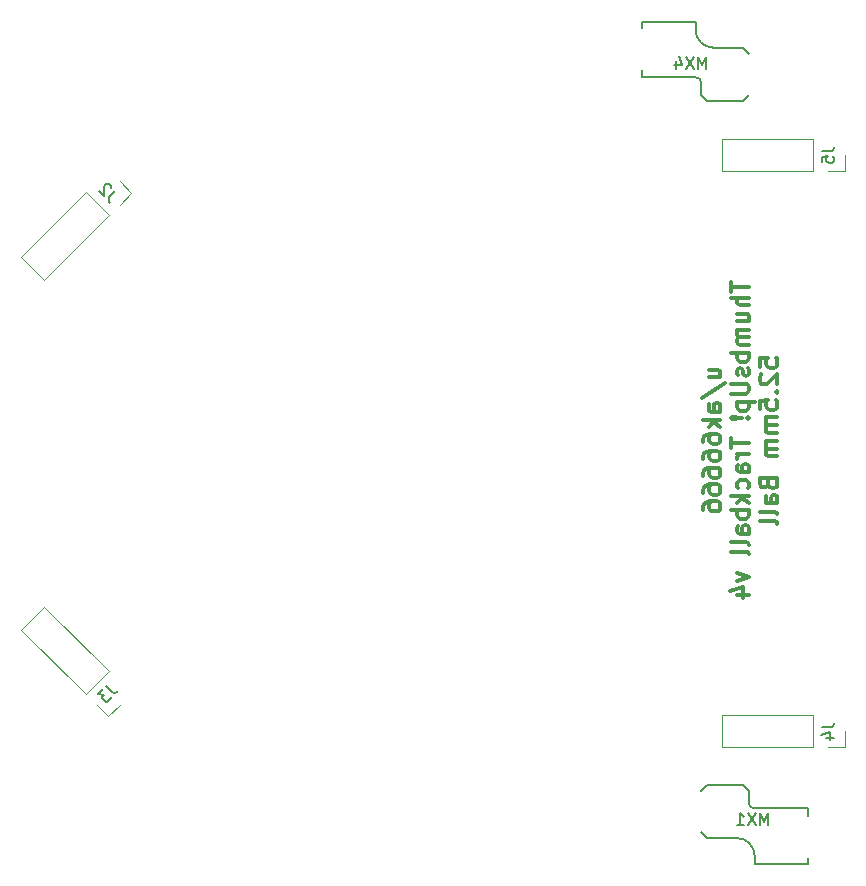
<source format=gbr>
G04 #@! TF.GenerationSoftware,KiCad,Pcbnew,9.0.2*
G04 #@! TF.CreationDate,2025-09-19T15:49:58-04:00*
G04 #@! TF.ProjectId,Trackball,54726163-6b62-4616-9c6c-2e6b69636164,rev?*
G04 #@! TF.SameCoordinates,Original*
G04 #@! TF.FileFunction,Legend,Bot*
G04 #@! TF.FilePolarity,Positive*
%FSLAX46Y46*%
G04 Gerber Fmt 4.6, Leading zero omitted, Abs format (unit mm)*
G04 Created by KiCad (PCBNEW 9.0.2) date 2025-09-19 15:49:58*
%MOMM*%
%LPD*%
G01*
G04 APERTURE LIST*
%ADD10C,0.300000*%
%ADD11C,0.150000*%
%ADD12C,0.120000*%
G04 APERTURE END LIST*
D10*
X243620996Y-96028572D02*
X244620996Y-96028572D01*
X243620996Y-95385714D02*
X244406710Y-95385714D01*
X244406710Y-95385714D02*
X244549568Y-95457143D01*
X244549568Y-95457143D02*
X244620996Y-95600000D01*
X244620996Y-95600000D02*
X244620996Y-95814286D01*
X244620996Y-95814286D02*
X244549568Y-95957143D01*
X244549568Y-95957143D02*
X244478139Y-96028572D01*
X243049568Y-97814286D02*
X244978139Y-96528572D01*
X244620996Y-98957144D02*
X243835282Y-98957144D01*
X243835282Y-98957144D02*
X243692425Y-98885715D01*
X243692425Y-98885715D02*
X243620996Y-98742858D01*
X243620996Y-98742858D02*
X243620996Y-98457144D01*
X243620996Y-98457144D02*
X243692425Y-98314286D01*
X244549568Y-98957144D02*
X244620996Y-98814286D01*
X244620996Y-98814286D02*
X244620996Y-98457144D01*
X244620996Y-98457144D02*
X244549568Y-98314286D01*
X244549568Y-98314286D02*
X244406710Y-98242858D01*
X244406710Y-98242858D02*
X244263853Y-98242858D01*
X244263853Y-98242858D02*
X244120996Y-98314286D01*
X244120996Y-98314286D02*
X244049568Y-98457144D01*
X244049568Y-98457144D02*
X244049568Y-98814286D01*
X244049568Y-98814286D02*
X243978139Y-98957144D01*
X244620996Y-99671429D02*
X243120996Y-99671429D01*
X244049568Y-99814287D02*
X244620996Y-100242858D01*
X243620996Y-100242858D02*
X244192425Y-99671429D01*
X243120996Y-101528573D02*
X243120996Y-101242858D01*
X243120996Y-101242858D02*
X243192425Y-101100001D01*
X243192425Y-101100001D02*
X243263853Y-101028573D01*
X243263853Y-101028573D02*
X243478139Y-100885715D01*
X243478139Y-100885715D02*
X243763853Y-100814287D01*
X243763853Y-100814287D02*
X244335282Y-100814287D01*
X244335282Y-100814287D02*
X244478139Y-100885715D01*
X244478139Y-100885715D02*
X244549568Y-100957144D01*
X244549568Y-100957144D02*
X244620996Y-101100001D01*
X244620996Y-101100001D02*
X244620996Y-101385715D01*
X244620996Y-101385715D02*
X244549568Y-101528573D01*
X244549568Y-101528573D02*
X244478139Y-101600001D01*
X244478139Y-101600001D02*
X244335282Y-101671430D01*
X244335282Y-101671430D02*
X243978139Y-101671430D01*
X243978139Y-101671430D02*
X243835282Y-101600001D01*
X243835282Y-101600001D02*
X243763853Y-101528573D01*
X243763853Y-101528573D02*
X243692425Y-101385715D01*
X243692425Y-101385715D02*
X243692425Y-101100001D01*
X243692425Y-101100001D02*
X243763853Y-100957144D01*
X243763853Y-100957144D02*
X243835282Y-100885715D01*
X243835282Y-100885715D02*
X243978139Y-100814287D01*
X243120996Y-102957144D02*
X243120996Y-102671429D01*
X243120996Y-102671429D02*
X243192425Y-102528572D01*
X243192425Y-102528572D02*
X243263853Y-102457144D01*
X243263853Y-102457144D02*
X243478139Y-102314286D01*
X243478139Y-102314286D02*
X243763853Y-102242858D01*
X243763853Y-102242858D02*
X244335282Y-102242858D01*
X244335282Y-102242858D02*
X244478139Y-102314286D01*
X244478139Y-102314286D02*
X244549568Y-102385715D01*
X244549568Y-102385715D02*
X244620996Y-102528572D01*
X244620996Y-102528572D02*
X244620996Y-102814286D01*
X244620996Y-102814286D02*
X244549568Y-102957144D01*
X244549568Y-102957144D02*
X244478139Y-103028572D01*
X244478139Y-103028572D02*
X244335282Y-103100001D01*
X244335282Y-103100001D02*
X243978139Y-103100001D01*
X243978139Y-103100001D02*
X243835282Y-103028572D01*
X243835282Y-103028572D02*
X243763853Y-102957144D01*
X243763853Y-102957144D02*
X243692425Y-102814286D01*
X243692425Y-102814286D02*
X243692425Y-102528572D01*
X243692425Y-102528572D02*
X243763853Y-102385715D01*
X243763853Y-102385715D02*
X243835282Y-102314286D01*
X243835282Y-102314286D02*
X243978139Y-102242858D01*
X243120996Y-104385715D02*
X243120996Y-104100000D01*
X243120996Y-104100000D02*
X243192425Y-103957143D01*
X243192425Y-103957143D02*
X243263853Y-103885715D01*
X243263853Y-103885715D02*
X243478139Y-103742857D01*
X243478139Y-103742857D02*
X243763853Y-103671429D01*
X243763853Y-103671429D02*
X244335282Y-103671429D01*
X244335282Y-103671429D02*
X244478139Y-103742857D01*
X244478139Y-103742857D02*
X244549568Y-103814286D01*
X244549568Y-103814286D02*
X244620996Y-103957143D01*
X244620996Y-103957143D02*
X244620996Y-104242857D01*
X244620996Y-104242857D02*
X244549568Y-104385715D01*
X244549568Y-104385715D02*
X244478139Y-104457143D01*
X244478139Y-104457143D02*
X244335282Y-104528572D01*
X244335282Y-104528572D02*
X243978139Y-104528572D01*
X243978139Y-104528572D02*
X243835282Y-104457143D01*
X243835282Y-104457143D02*
X243763853Y-104385715D01*
X243763853Y-104385715D02*
X243692425Y-104242857D01*
X243692425Y-104242857D02*
X243692425Y-103957143D01*
X243692425Y-103957143D02*
X243763853Y-103814286D01*
X243763853Y-103814286D02*
X243835282Y-103742857D01*
X243835282Y-103742857D02*
X243978139Y-103671429D01*
X243120996Y-105814286D02*
X243120996Y-105528571D01*
X243120996Y-105528571D02*
X243192425Y-105385714D01*
X243192425Y-105385714D02*
X243263853Y-105314286D01*
X243263853Y-105314286D02*
X243478139Y-105171428D01*
X243478139Y-105171428D02*
X243763853Y-105100000D01*
X243763853Y-105100000D02*
X244335282Y-105100000D01*
X244335282Y-105100000D02*
X244478139Y-105171428D01*
X244478139Y-105171428D02*
X244549568Y-105242857D01*
X244549568Y-105242857D02*
X244620996Y-105385714D01*
X244620996Y-105385714D02*
X244620996Y-105671428D01*
X244620996Y-105671428D02*
X244549568Y-105814286D01*
X244549568Y-105814286D02*
X244478139Y-105885714D01*
X244478139Y-105885714D02*
X244335282Y-105957143D01*
X244335282Y-105957143D02*
X243978139Y-105957143D01*
X243978139Y-105957143D02*
X243835282Y-105885714D01*
X243835282Y-105885714D02*
X243763853Y-105814286D01*
X243763853Y-105814286D02*
X243692425Y-105671428D01*
X243692425Y-105671428D02*
X243692425Y-105385714D01*
X243692425Y-105385714D02*
X243763853Y-105242857D01*
X243763853Y-105242857D02*
X243835282Y-105171428D01*
X243835282Y-105171428D02*
X243978139Y-105100000D01*
X243120996Y-107242857D02*
X243120996Y-106957142D01*
X243120996Y-106957142D02*
X243192425Y-106814285D01*
X243192425Y-106814285D02*
X243263853Y-106742857D01*
X243263853Y-106742857D02*
X243478139Y-106599999D01*
X243478139Y-106599999D02*
X243763853Y-106528571D01*
X243763853Y-106528571D02*
X244335282Y-106528571D01*
X244335282Y-106528571D02*
X244478139Y-106599999D01*
X244478139Y-106599999D02*
X244549568Y-106671428D01*
X244549568Y-106671428D02*
X244620996Y-106814285D01*
X244620996Y-106814285D02*
X244620996Y-107099999D01*
X244620996Y-107099999D02*
X244549568Y-107242857D01*
X244549568Y-107242857D02*
X244478139Y-107314285D01*
X244478139Y-107314285D02*
X244335282Y-107385714D01*
X244335282Y-107385714D02*
X243978139Y-107385714D01*
X243978139Y-107385714D02*
X243835282Y-107314285D01*
X243835282Y-107314285D02*
X243763853Y-107242857D01*
X243763853Y-107242857D02*
X243692425Y-107099999D01*
X243692425Y-107099999D02*
X243692425Y-106814285D01*
X243692425Y-106814285D02*
X243763853Y-106671428D01*
X243763853Y-106671428D02*
X243835282Y-106599999D01*
X243835282Y-106599999D02*
X243978139Y-106528571D01*
X245535912Y-87921429D02*
X245535912Y-88778572D01*
X247035912Y-88350000D02*
X245535912Y-88350000D01*
X247035912Y-89278571D02*
X245535912Y-89278571D01*
X247035912Y-89921429D02*
X246250198Y-89921429D01*
X246250198Y-89921429D02*
X246107341Y-89850000D01*
X246107341Y-89850000D02*
X246035912Y-89707143D01*
X246035912Y-89707143D02*
X246035912Y-89492857D01*
X246035912Y-89492857D02*
X246107341Y-89350000D01*
X246107341Y-89350000D02*
X246178769Y-89278571D01*
X246035912Y-91278572D02*
X247035912Y-91278572D01*
X246035912Y-90635714D02*
X246821626Y-90635714D01*
X246821626Y-90635714D02*
X246964484Y-90707143D01*
X246964484Y-90707143D02*
X247035912Y-90850000D01*
X247035912Y-90850000D02*
X247035912Y-91064286D01*
X247035912Y-91064286D02*
X246964484Y-91207143D01*
X246964484Y-91207143D02*
X246893055Y-91278572D01*
X247035912Y-91992857D02*
X246035912Y-91992857D01*
X246178769Y-91992857D02*
X246107341Y-92064286D01*
X246107341Y-92064286D02*
X246035912Y-92207143D01*
X246035912Y-92207143D02*
X246035912Y-92421429D01*
X246035912Y-92421429D02*
X246107341Y-92564286D01*
X246107341Y-92564286D02*
X246250198Y-92635715D01*
X246250198Y-92635715D02*
X247035912Y-92635715D01*
X246250198Y-92635715D02*
X246107341Y-92707143D01*
X246107341Y-92707143D02*
X246035912Y-92850000D01*
X246035912Y-92850000D02*
X246035912Y-93064286D01*
X246035912Y-93064286D02*
X246107341Y-93207143D01*
X246107341Y-93207143D02*
X246250198Y-93278572D01*
X246250198Y-93278572D02*
X247035912Y-93278572D01*
X247035912Y-93992857D02*
X245535912Y-93992857D01*
X246107341Y-93992857D02*
X246035912Y-94135715D01*
X246035912Y-94135715D02*
X246035912Y-94421429D01*
X246035912Y-94421429D02*
X246107341Y-94564286D01*
X246107341Y-94564286D02*
X246178769Y-94635715D01*
X246178769Y-94635715D02*
X246321626Y-94707143D01*
X246321626Y-94707143D02*
X246750198Y-94707143D01*
X246750198Y-94707143D02*
X246893055Y-94635715D01*
X246893055Y-94635715D02*
X246964484Y-94564286D01*
X246964484Y-94564286D02*
X247035912Y-94421429D01*
X247035912Y-94421429D02*
X247035912Y-94135715D01*
X247035912Y-94135715D02*
X246964484Y-93992857D01*
X246964484Y-95278572D02*
X247035912Y-95421429D01*
X247035912Y-95421429D02*
X247035912Y-95707143D01*
X247035912Y-95707143D02*
X246964484Y-95850000D01*
X246964484Y-95850000D02*
X246821626Y-95921429D01*
X246821626Y-95921429D02*
X246750198Y-95921429D01*
X246750198Y-95921429D02*
X246607341Y-95850000D01*
X246607341Y-95850000D02*
X246535912Y-95707143D01*
X246535912Y-95707143D02*
X246535912Y-95492858D01*
X246535912Y-95492858D02*
X246464484Y-95350000D01*
X246464484Y-95350000D02*
X246321626Y-95278572D01*
X246321626Y-95278572D02*
X246250198Y-95278572D01*
X246250198Y-95278572D02*
X246107341Y-95350000D01*
X246107341Y-95350000D02*
X246035912Y-95492858D01*
X246035912Y-95492858D02*
X246035912Y-95707143D01*
X246035912Y-95707143D02*
X246107341Y-95850000D01*
X245535912Y-96564286D02*
X246750198Y-96564286D01*
X246750198Y-96564286D02*
X246893055Y-96635715D01*
X246893055Y-96635715D02*
X246964484Y-96707144D01*
X246964484Y-96707144D02*
X247035912Y-96850001D01*
X247035912Y-96850001D02*
X247035912Y-97135715D01*
X247035912Y-97135715D02*
X246964484Y-97278572D01*
X246964484Y-97278572D02*
X246893055Y-97350001D01*
X246893055Y-97350001D02*
X246750198Y-97421429D01*
X246750198Y-97421429D02*
X245535912Y-97421429D01*
X246035912Y-98135715D02*
X247535912Y-98135715D01*
X246107341Y-98135715D02*
X246035912Y-98278573D01*
X246035912Y-98278573D02*
X246035912Y-98564287D01*
X246035912Y-98564287D02*
X246107341Y-98707144D01*
X246107341Y-98707144D02*
X246178769Y-98778573D01*
X246178769Y-98778573D02*
X246321626Y-98850001D01*
X246321626Y-98850001D02*
X246750198Y-98850001D01*
X246750198Y-98850001D02*
X246893055Y-98778573D01*
X246893055Y-98778573D02*
X246964484Y-98707144D01*
X246964484Y-98707144D02*
X247035912Y-98564287D01*
X247035912Y-98564287D02*
X247035912Y-98278573D01*
X247035912Y-98278573D02*
X246964484Y-98135715D01*
X246893055Y-99492858D02*
X246964484Y-99564287D01*
X246964484Y-99564287D02*
X247035912Y-99492858D01*
X247035912Y-99492858D02*
X246964484Y-99421430D01*
X246964484Y-99421430D02*
X246893055Y-99492858D01*
X246893055Y-99492858D02*
X247035912Y-99492858D01*
X246464484Y-99492858D02*
X245607341Y-99421430D01*
X245607341Y-99421430D02*
X245535912Y-99492858D01*
X245535912Y-99492858D02*
X245607341Y-99564287D01*
X245607341Y-99564287D02*
X246464484Y-99492858D01*
X246464484Y-99492858D02*
X245535912Y-99492858D01*
X245535912Y-101135716D02*
X245535912Y-101992859D01*
X247035912Y-101564287D02*
X245535912Y-101564287D01*
X247035912Y-102492858D02*
X246035912Y-102492858D01*
X246321626Y-102492858D02*
X246178769Y-102564287D01*
X246178769Y-102564287D02*
X246107341Y-102635716D01*
X246107341Y-102635716D02*
X246035912Y-102778573D01*
X246035912Y-102778573D02*
X246035912Y-102921430D01*
X247035912Y-104064287D02*
X246250198Y-104064287D01*
X246250198Y-104064287D02*
X246107341Y-103992858D01*
X246107341Y-103992858D02*
X246035912Y-103850001D01*
X246035912Y-103850001D02*
X246035912Y-103564287D01*
X246035912Y-103564287D02*
X246107341Y-103421429D01*
X246964484Y-104064287D02*
X247035912Y-103921429D01*
X247035912Y-103921429D02*
X247035912Y-103564287D01*
X247035912Y-103564287D02*
X246964484Y-103421429D01*
X246964484Y-103421429D02*
X246821626Y-103350001D01*
X246821626Y-103350001D02*
X246678769Y-103350001D01*
X246678769Y-103350001D02*
X246535912Y-103421429D01*
X246535912Y-103421429D02*
X246464484Y-103564287D01*
X246464484Y-103564287D02*
X246464484Y-103921429D01*
X246464484Y-103921429D02*
X246393055Y-104064287D01*
X246964484Y-105421430D02*
X247035912Y-105278572D01*
X247035912Y-105278572D02*
X247035912Y-104992858D01*
X247035912Y-104992858D02*
X246964484Y-104850001D01*
X246964484Y-104850001D02*
X246893055Y-104778572D01*
X246893055Y-104778572D02*
X246750198Y-104707144D01*
X246750198Y-104707144D02*
X246321626Y-104707144D01*
X246321626Y-104707144D02*
X246178769Y-104778572D01*
X246178769Y-104778572D02*
X246107341Y-104850001D01*
X246107341Y-104850001D02*
X246035912Y-104992858D01*
X246035912Y-104992858D02*
X246035912Y-105278572D01*
X246035912Y-105278572D02*
X246107341Y-105421430D01*
X247035912Y-106064286D02*
X245535912Y-106064286D01*
X246464484Y-106207144D02*
X247035912Y-106635715D01*
X246035912Y-106635715D02*
X246607341Y-106064286D01*
X247035912Y-107278572D02*
X245535912Y-107278572D01*
X246107341Y-107278572D02*
X246035912Y-107421430D01*
X246035912Y-107421430D02*
X246035912Y-107707144D01*
X246035912Y-107707144D02*
X246107341Y-107850001D01*
X246107341Y-107850001D02*
X246178769Y-107921430D01*
X246178769Y-107921430D02*
X246321626Y-107992858D01*
X246321626Y-107992858D02*
X246750198Y-107992858D01*
X246750198Y-107992858D02*
X246893055Y-107921430D01*
X246893055Y-107921430D02*
X246964484Y-107850001D01*
X246964484Y-107850001D02*
X247035912Y-107707144D01*
X247035912Y-107707144D02*
X247035912Y-107421430D01*
X247035912Y-107421430D02*
X246964484Y-107278572D01*
X247035912Y-109278573D02*
X246250198Y-109278573D01*
X246250198Y-109278573D02*
X246107341Y-109207144D01*
X246107341Y-109207144D02*
X246035912Y-109064287D01*
X246035912Y-109064287D02*
X246035912Y-108778573D01*
X246035912Y-108778573D02*
X246107341Y-108635715D01*
X246964484Y-109278573D02*
X247035912Y-109135715D01*
X247035912Y-109135715D02*
X247035912Y-108778573D01*
X247035912Y-108778573D02*
X246964484Y-108635715D01*
X246964484Y-108635715D02*
X246821626Y-108564287D01*
X246821626Y-108564287D02*
X246678769Y-108564287D01*
X246678769Y-108564287D02*
X246535912Y-108635715D01*
X246535912Y-108635715D02*
X246464484Y-108778573D01*
X246464484Y-108778573D02*
X246464484Y-109135715D01*
X246464484Y-109135715D02*
X246393055Y-109278573D01*
X247035912Y-110207144D02*
X246964484Y-110064287D01*
X246964484Y-110064287D02*
X246821626Y-109992858D01*
X246821626Y-109992858D02*
X245535912Y-109992858D01*
X247035912Y-110992858D02*
X246964484Y-110850001D01*
X246964484Y-110850001D02*
X246821626Y-110778572D01*
X246821626Y-110778572D02*
X245535912Y-110778572D01*
X246035912Y-112564286D02*
X247035912Y-112921429D01*
X247035912Y-112921429D02*
X246035912Y-113278572D01*
X246035912Y-114492858D02*
X247035912Y-114492858D01*
X245464484Y-114135715D02*
X246535912Y-113778572D01*
X246535912Y-113778572D02*
X246535912Y-114707143D01*
X247950828Y-95135715D02*
X247950828Y-94421429D01*
X247950828Y-94421429D02*
X248665114Y-94350001D01*
X248665114Y-94350001D02*
X248593685Y-94421429D01*
X248593685Y-94421429D02*
X248522257Y-94564287D01*
X248522257Y-94564287D02*
X248522257Y-94921429D01*
X248522257Y-94921429D02*
X248593685Y-95064287D01*
X248593685Y-95064287D02*
X248665114Y-95135715D01*
X248665114Y-95135715D02*
X248807971Y-95207144D01*
X248807971Y-95207144D02*
X249165114Y-95207144D01*
X249165114Y-95207144D02*
X249307971Y-95135715D01*
X249307971Y-95135715D02*
X249379400Y-95064287D01*
X249379400Y-95064287D02*
X249450828Y-94921429D01*
X249450828Y-94921429D02*
X249450828Y-94564287D01*
X249450828Y-94564287D02*
X249379400Y-94421429D01*
X249379400Y-94421429D02*
X249307971Y-94350001D01*
X248093685Y-95778572D02*
X248022257Y-95850000D01*
X248022257Y-95850000D02*
X247950828Y-95992858D01*
X247950828Y-95992858D02*
X247950828Y-96350000D01*
X247950828Y-96350000D02*
X248022257Y-96492858D01*
X248022257Y-96492858D02*
X248093685Y-96564286D01*
X248093685Y-96564286D02*
X248236542Y-96635715D01*
X248236542Y-96635715D02*
X248379400Y-96635715D01*
X248379400Y-96635715D02*
X248593685Y-96564286D01*
X248593685Y-96564286D02*
X249450828Y-95707143D01*
X249450828Y-95707143D02*
X249450828Y-96635715D01*
X249307971Y-97278571D02*
X249379400Y-97350000D01*
X249379400Y-97350000D02*
X249450828Y-97278571D01*
X249450828Y-97278571D02*
X249379400Y-97207143D01*
X249379400Y-97207143D02*
X249307971Y-97278571D01*
X249307971Y-97278571D02*
X249450828Y-97278571D01*
X247950828Y-98707143D02*
X247950828Y-97992857D01*
X247950828Y-97992857D02*
X248665114Y-97921429D01*
X248665114Y-97921429D02*
X248593685Y-97992857D01*
X248593685Y-97992857D02*
X248522257Y-98135715D01*
X248522257Y-98135715D02*
X248522257Y-98492857D01*
X248522257Y-98492857D02*
X248593685Y-98635715D01*
X248593685Y-98635715D02*
X248665114Y-98707143D01*
X248665114Y-98707143D02*
X248807971Y-98778572D01*
X248807971Y-98778572D02*
X249165114Y-98778572D01*
X249165114Y-98778572D02*
X249307971Y-98707143D01*
X249307971Y-98707143D02*
X249379400Y-98635715D01*
X249379400Y-98635715D02*
X249450828Y-98492857D01*
X249450828Y-98492857D02*
X249450828Y-98135715D01*
X249450828Y-98135715D02*
X249379400Y-97992857D01*
X249379400Y-97992857D02*
X249307971Y-97921429D01*
X249450828Y-99421428D02*
X248450828Y-99421428D01*
X248593685Y-99421428D02*
X248522257Y-99492857D01*
X248522257Y-99492857D02*
X248450828Y-99635714D01*
X248450828Y-99635714D02*
X248450828Y-99850000D01*
X248450828Y-99850000D02*
X248522257Y-99992857D01*
X248522257Y-99992857D02*
X248665114Y-100064286D01*
X248665114Y-100064286D02*
X249450828Y-100064286D01*
X248665114Y-100064286D02*
X248522257Y-100135714D01*
X248522257Y-100135714D02*
X248450828Y-100278571D01*
X248450828Y-100278571D02*
X248450828Y-100492857D01*
X248450828Y-100492857D02*
X248522257Y-100635714D01*
X248522257Y-100635714D02*
X248665114Y-100707143D01*
X248665114Y-100707143D02*
X249450828Y-100707143D01*
X249450828Y-101421428D02*
X248450828Y-101421428D01*
X248593685Y-101421428D02*
X248522257Y-101492857D01*
X248522257Y-101492857D02*
X248450828Y-101635714D01*
X248450828Y-101635714D02*
X248450828Y-101850000D01*
X248450828Y-101850000D02*
X248522257Y-101992857D01*
X248522257Y-101992857D02*
X248665114Y-102064286D01*
X248665114Y-102064286D02*
X249450828Y-102064286D01*
X248665114Y-102064286D02*
X248522257Y-102135714D01*
X248522257Y-102135714D02*
X248450828Y-102278571D01*
X248450828Y-102278571D02*
X248450828Y-102492857D01*
X248450828Y-102492857D02*
X248522257Y-102635714D01*
X248522257Y-102635714D02*
X248665114Y-102707143D01*
X248665114Y-102707143D02*
X249450828Y-102707143D01*
X248665114Y-105064285D02*
X248736542Y-105278571D01*
X248736542Y-105278571D02*
X248807971Y-105350000D01*
X248807971Y-105350000D02*
X248950828Y-105421428D01*
X248950828Y-105421428D02*
X249165114Y-105421428D01*
X249165114Y-105421428D02*
X249307971Y-105350000D01*
X249307971Y-105350000D02*
X249379400Y-105278571D01*
X249379400Y-105278571D02*
X249450828Y-105135714D01*
X249450828Y-105135714D02*
X249450828Y-104564285D01*
X249450828Y-104564285D02*
X247950828Y-104564285D01*
X247950828Y-104564285D02*
X247950828Y-105064285D01*
X247950828Y-105064285D02*
X248022257Y-105207143D01*
X248022257Y-105207143D02*
X248093685Y-105278571D01*
X248093685Y-105278571D02*
X248236542Y-105350000D01*
X248236542Y-105350000D02*
X248379400Y-105350000D01*
X248379400Y-105350000D02*
X248522257Y-105278571D01*
X248522257Y-105278571D02*
X248593685Y-105207143D01*
X248593685Y-105207143D02*
X248665114Y-105064285D01*
X248665114Y-105064285D02*
X248665114Y-104564285D01*
X249450828Y-106707143D02*
X248665114Y-106707143D01*
X248665114Y-106707143D02*
X248522257Y-106635714D01*
X248522257Y-106635714D02*
X248450828Y-106492857D01*
X248450828Y-106492857D02*
X248450828Y-106207143D01*
X248450828Y-106207143D02*
X248522257Y-106064285D01*
X249379400Y-106707143D02*
X249450828Y-106564285D01*
X249450828Y-106564285D02*
X249450828Y-106207143D01*
X249450828Y-106207143D02*
X249379400Y-106064285D01*
X249379400Y-106064285D02*
X249236542Y-105992857D01*
X249236542Y-105992857D02*
X249093685Y-105992857D01*
X249093685Y-105992857D02*
X248950828Y-106064285D01*
X248950828Y-106064285D02*
X248879400Y-106207143D01*
X248879400Y-106207143D02*
X248879400Y-106564285D01*
X248879400Y-106564285D02*
X248807971Y-106707143D01*
X249450828Y-107635714D02*
X249379400Y-107492857D01*
X249379400Y-107492857D02*
X249236542Y-107421428D01*
X249236542Y-107421428D02*
X247950828Y-107421428D01*
X249450828Y-108421428D02*
X249379400Y-108278571D01*
X249379400Y-108278571D02*
X249236542Y-108207142D01*
X249236542Y-108207142D02*
X247950828Y-108207142D01*
D11*
X243400713Y-69902819D02*
X243400713Y-68902819D01*
X243400713Y-68902819D02*
X243067380Y-69617104D01*
X243067380Y-69617104D02*
X242734047Y-68902819D01*
X242734047Y-68902819D02*
X242734047Y-69902819D01*
X242353094Y-68902819D02*
X241686428Y-69902819D01*
X241686428Y-68902819D02*
X242353094Y-69902819D01*
X240876904Y-69236152D02*
X240876904Y-69902819D01*
X241114999Y-68855200D02*
X241353094Y-69569485D01*
X241353094Y-69569485D02*
X240734047Y-69569485D01*
X248653713Y-133938819D02*
X248653713Y-132938819D01*
X248653713Y-132938819D02*
X248320380Y-133653104D01*
X248320380Y-133653104D02*
X247987047Y-132938819D01*
X247987047Y-132938819D02*
X247987047Y-133938819D01*
X247606094Y-132938819D02*
X246939428Y-133938819D01*
X246939428Y-132938819D02*
X247606094Y-133938819D01*
X246034666Y-133938819D02*
X246606094Y-133938819D01*
X246320380Y-133938819D02*
X246320380Y-132938819D01*
X246320380Y-132938819D02*
X246415618Y-133081676D01*
X246415618Y-133081676D02*
X246510856Y-133176914D01*
X246510856Y-133176914D02*
X246606094Y-133224533D01*
X253222819Y-76882666D02*
X253937104Y-76882666D01*
X253937104Y-76882666D02*
X254079961Y-76835047D01*
X254079961Y-76835047D02*
X254175200Y-76739809D01*
X254175200Y-76739809D02*
X254222819Y-76596952D01*
X254222819Y-76596952D02*
X254222819Y-76501714D01*
X253222819Y-77835047D02*
X253222819Y-77358857D01*
X253222819Y-77358857D02*
X253699009Y-77311238D01*
X253699009Y-77311238D02*
X253651390Y-77358857D01*
X253651390Y-77358857D02*
X253603771Y-77454095D01*
X253603771Y-77454095D02*
X253603771Y-77692190D01*
X253603771Y-77692190D02*
X253651390Y-77787428D01*
X253651390Y-77787428D02*
X253699009Y-77835047D01*
X253699009Y-77835047D02*
X253794247Y-77882666D01*
X253794247Y-77882666D02*
X254032342Y-77882666D01*
X254032342Y-77882666D02*
X254127580Y-77835047D01*
X254127580Y-77835047D02*
X254175200Y-77787428D01*
X254175200Y-77787428D02*
X254222819Y-77692190D01*
X254222819Y-77692190D02*
X254222819Y-77454095D01*
X254222819Y-77454095D02*
X254175200Y-77358857D01*
X254175200Y-77358857D02*
X254127580Y-77311238D01*
X253222819Y-125650666D02*
X253937104Y-125650666D01*
X253937104Y-125650666D02*
X254079961Y-125603047D01*
X254079961Y-125603047D02*
X254175200Y-125507809D01*
X254175200Y-125507809D02*
X254222819Y-125364952D01*
X254222819Y-125364952D02*
X254222819Y-125269714D01*
X253556152Y-126555428D02*
X254222819Y-126555428D01*
X253175200Y-126317333D02*
X253889485Y-126079238D01*
X253889485Y-126079238D02*
X253889485Y-126698285D01*
X193395152Y-80274150D02*
X192890076Y-80779226D01*
X192890076Y-80779226D02*
X192822732Y-80913913D01*
X192822732Y-80913913D02*
X192822732Y-81048600D01*
X192822732Y-81048600D02*
X192890076Y-81183287D01*
X192890076Y-81183287D02*
X192957419Y-81250631D01*
X193024763Y-80038447D02*
X193024763Y-79971104D01*
X193024763Y-79971104D02*
X192991091Y-79870089D01*
X192991091Y-79870089D02*
X192822732Y-79701730D01*
X192822732Y-79701730D02*
X192721717Y-79668058D01*
X192721717Y-79668058D02*
X192654373Y-79668058D01*
X192654373Y-79668058D02*
X192553358Y-79701730D01*
X192553358Y-79701730D02*
X192486015Y-79769073D01*
X192486015Y-79769073D02*
X192418671Y-79903760D01*
X192418671Y-79903760D02*
X192418671Y-80711882D01*
X192418671Y-80711882D02*
X191980938Y-80274150D01*
X192624150Y-122164847D02*
X193129226Y-122669923D01*
X193129226Y-122669923D02*
X193263913Y-122737267D01*
X193263913Y-122737267D02*
X193398600Y-122737267D01*
X193398600Y-122737267D02*
X193533287Y-122669923D01*
X193533287Y-122669923D02*
X193600631Y-122602580D01*
X192354776Y-122434221D02*
X191917043Y-122871954D01*
X191917043Y-122871954D02*
X192422119Y-122905626D01*
X192422119Y-122905626D02*
X192321104Y-123006641D01*
X192321104Y-123006641D02*
X192287432Y-123107656D01*
X192287432Y-123107656D02*
X192287432Y-123175000D01*
X192287432Y-123175000D02*
X192321104Y-123276015D01*
X192321104Y-123276015D02*
X192489463Y-123444374D01*
X192489463Y-123444374D02*
X192590478Y-123478045D01*
X192590478Y-123478045D02*
X192657821Y-123478045D01*
X192657821Y-123478045D02*
X192758837Y-123444374D01*
X192758837Y-123444374D02*
X192960867Y-123242343D01*
X192960867Y-123242343D02*
X192994539Y-123141328D01*
X192994539Y-123141328D02*
X192994539Y-123073984D01*
X238018000Y-65916000D02*
X238018000Y-66416000D01*
X238018000Y-70016000D02*
X238018000Y-70616000D01*
X238018000Y-70616000D02*
X242518000Y-70616000D01*
X242518000Y-65916000D02*
X238018000Y-65916000D01*
X242518000Y-66616000D02*
X242518000Y-65916000D01*
X243018000Y-71116000D02*
X243018000Y-72116000D01*
X243518000Y-72616000D02*
X243018000Y-72116000D01*
X246518000Y-68116000D02*
X244018000Y-68116000D01*
X246518000Y-72616000D02*
X243518000Y-72616000D01*
X247018000Y-68616000D02*
X246518000Y-68116000D01*
X247018000Y-72116000D02*
X246518000Y-72616000D01*
X242518000Y-70616000D02*
G75*
G02*
X243018000Y-71116000I-1J-500001D01*
G01*
X244018000Y-68116000D02*
G75*
G02*
X242518000Y-66616000I1J1500001D01*
G01*
X243018000Y-131034000D02*
X243518000Y-130534000D01*
X243018000Y-134534000D02*
X243518000Y-135034000D01*
X243518000Y-130534000D02*
X246518000Y-130534000D01*
X243518000Y-135034000D02*
X246018000Y-135034000D01*
X246518000Y-130534000D02*
X247018000Y-131034000D01*
X247018000Y-132034000D02*
X247018000Y-131034000D01*
X247518000Y-136534000D02*
X247518000Y-137234000D01*
X247518000Y-137234000D02*
X252018000Y-137234000D01*
X252018000Y-132534000D02*
X247518000Y-132534000D01*
X252018000Y-133134000D02*
X252018000Y-132534000D01*
X252018000Y-137234000D02*
X252018000Y-136734000D01*
X246018000Y-135034000D02*
G75*
G02*
X247518000Y-136534000I-1J-1500001D01*
G01*
X247518000Y-132534000D02*
G75*
G02*
X247018000Y-132034000I1J500001D01*
G01*
D12*
X244768000Y-78596000D02*
X244768000Y-75836000D01*
X252498000Y-75836000D02*
X244768000Y-75836000D01*
X252498000Y-78596000D02*
X244768000Y-78596000D01*
X252498000Y-78596000D02*
X252498000Y-75836000D01*
X253768000Y-78596000D02*
X255148000Y-78596000D01*
X255148000Y-78596000D02*
X255148000Y-77216000D01*
X244768000Y-127364000D02*
X244768000Y-124604000D01*
X252498000Y-124604000D02*
X244768000Y-124604000D01*
X252498000Y-127364000D02*
X244768000Y-127364000D01*
X252498000Y-127364000D02*
X252498000Y-124604000D01*
X253768000Y-127364000D02*
X255148000Y-127364000D01*
X255148000Y-127364000D02*
X255148000Y-125984000D01*
X187385795Y-87763717D02*
X185434181Y-85812103D01*
X190900116Y-80346167D02*
X185434181Y-85812103D01*
X192851731Y-82297782D02*
X187385795Y-87763717D01*
X192851731Y-82297782D02*
X190900116Y-80346167D01*
X193749756Y-81399756D02*
X194725564Y-80423949D01*
X194725564Y-80423949D02*
X193749756Y-79448142D01*
X185434181Y-117397897D02*
X187385795Y-115446283D01*
X190900116Y-122863833D02*
X185434181Y-117397897D01*
X190900116Y-122863833D02*
X192851731Y-120912218D01*
X191798142Y-123761858D02*
X192773949Y-124737666D01*
X192773949Y-124737666D02*
X193749756Y-123761858D01*
X192851731Y-120912218D02*
X187385795Y-115446283D01*
M02*

</source>
